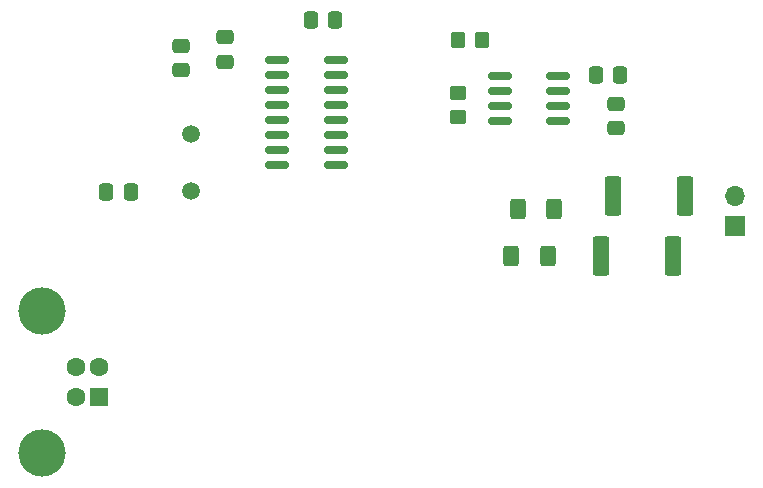
<source format=gts>
G04 #@! TF.GenerationSoftware,KiCad,Pcbnew,8.0.6*
G04 #@! TF.CreationDate,2025-01-13T18:54:34-05:00*
G04 #@! TF.ProjectId,usb2J1708_rev4,75736232-4a31-4373-9038-5f726576342e,rev?*
G04 #@! TF.SameCoordinates,Original*
G04 #@! TF.FileFunction,Soldermask,Top*
G04 #@! TF.FilePolarity,Negative*
%FSLAX46Y46*%
G04 Gerber Fmt 4.6, Leading zero omitted, Abs format (unit mm)*
G04 Created by KiCad (PCBNEW 8.0.6) date 2025-01-13 18:54:34*
%MOMM*%
%LPD*%
G01*
G04 APERTURE LIST*
G04 Aperture macros list*
%AMRoundRect*
0 Rectangle with rounded corners*
0 $1 Rounding radius*
0 $2 $3 $4 $5 $6 $7 $8 $9 X,Y pos of 4 corners*
0 Add a 4 corners polygon primitive as box body*
4,1,4,$2,$3,$4,$5,$6,$7,$8,$9,$2,$3,0*
0 Add four circle primitives for the rounded corners*
1,1,$1+$1,$2,$3*
1,1,$1+$1,$4,$5*
1,1,$1+$1,$6,$7*
1,1,$1+$1,$8,$9*
0 Add four rect primitives between the rounded corners*
20,1,$1+$1,$2,$3,$4,$5,0*
20,1,$1+$1,$4,$5,$6,$7,0*
20,1,$1+$1,$6,$7,$8,$9,0*
20,1,$1+$1,$8,$9,$2,$3,0*%
G04 Aperture macros list end*
%ADD10RoundRect,0.249999X0.450001X1.425001X-0.450001X1.425001X-0.450001X-1.425001X0.450001X-1.425001X0*%
%ADD11RoundRect,0.250000X0.350000X0.450000X-0.350000X0.450000X-0.350000X-0.450000X0.350000X-0.450000X0*%
%ADD12RoundRect,0.250000X0.475000X-0.337500X0.475000X0.337500X-0.475000X0.337500X-0.475000X-0.337500X0*%
%ADD13RoundRect,0.150000X-0.825000X-0.150000X0.825000X-0.150000X0.825000X0.150000X-0.825000X0.150000X0*%
%ADD14RoundRect,0.250000X-0.450000X0.350000X-0.450000X-0.350000X0.450000X-0.350000X0.450000X0.350000X0*%
%ADD15C,1.500000*%
%ADD16RoundRect,0.250000X-0.400000X-0.625000X0.400000X-0.625000X0.400000X0.625000X-0.400000X0.625000X0*%
%ADD17R,1.700000X1.700000*%
%ADD18O,1.700000X1.700000*%
%ADD19RoundRect,0.250000X0.337500X0.475000X-0.337500X0.475000X-0.337500X-0.475000X0.337500X-0.475000X0*%
%ADD20RoundRect,0.250000X0.400000X0.625000X-0.400000X0.625000X-0.400000X-0.625000X0.400000X-0.625000X0*%
%ADD21RoundRect,0.250000X-0.337500X-0.475000X0.337500X-0.475000X0.337500X0.475000X-0.337500X0.475000X0*%
%ADD22RoundRect,0.250000X-0.475000X0.337500X-0.475000X-0.337500X0.475000X-0.337500X0.475000X0.337500X0*%
%ADD23R,1.600000X1.600000*%
%ADD24C,1.600000*%
%ADD25C,4.000000*%
G04 APERTURE END LIST*
D10*
X182518000Y-109426000D03*
X176418000Y-109426000D03*
D11*
X165279800Y-96218200D03*
X163279800Y-96218200D03*
D12*
X143570000Y-98055000D03*
X143570000Y-95980000D03*
D13*
X166808600Y-99266200D03*
X166808600Y-100536200D03*
X166808600Y-101806200D03*
X166808600Y-103076200D03*
X171758600Y-103076200D03*
X171758600Y-101806200D03*
X171758600Y-100536200D03*
X171758600Y-99266200D03*
D14*
X163238400Y-100704600D03*
X163238400Y-102704600D03*
D15*
X140690000Y-109010000D03*
X140690000Y-104130000D03*
D16*
X168317800Y-110518400D03*
X171417800Y-110518400D03*
D17*
X186753000Y-111989000D03*
D18*
X186753000Y-109449000D03*
D12*
X139820000Y-98755000D03*
X139820000Y-96680000D03*
D19*
X152895000Y-94520000D03*
X150820000Y-94520000D03*
D20*
X170884000Y-114506000D03*
X167784000Y-114506000D03*
D21*
X174951700Y-99164600D03*
X177026700Y-99164600D03*
D19*
X135585000Y-109070000D03*
X133510000Y-109070000D03*
D22*
X176649600Y-101581500D03*
X176649600Y-103656500D03*
D13*
X147985000Y-97905000D03*
X147985000Y-99175000D03*
X147985000Y-100445000D03*
X147985000Y-101715000D03*
X147985000Y-102985000D03*
X147985000Y-104255000D03*
X147985000Y-105525000D03*
X147985000Y-106795000D03*
X152935000Y-106795000D03*
X152935000Y-105525000D03*
X152935000Y-104255000D03*
X152935000Y-102985000D03*
X152935000Y-101715000D03*
X152935000Y-100445000D03*
X152935000Y-99175000D03*
X152935000Y-97905000D03*
D10*
X181502000Y-114506000D03*
X175402000Y-114506000D03*
D23*
X132900000Y-126400000D03*
D24*
X132900000Y-123900000D03*
X130900000Y-123900000D03*
X130900000Y-126400000D03*
D25*
X128040000Y-131150000D03*
X128040000Y-119150000D03*
M02*

</source>
